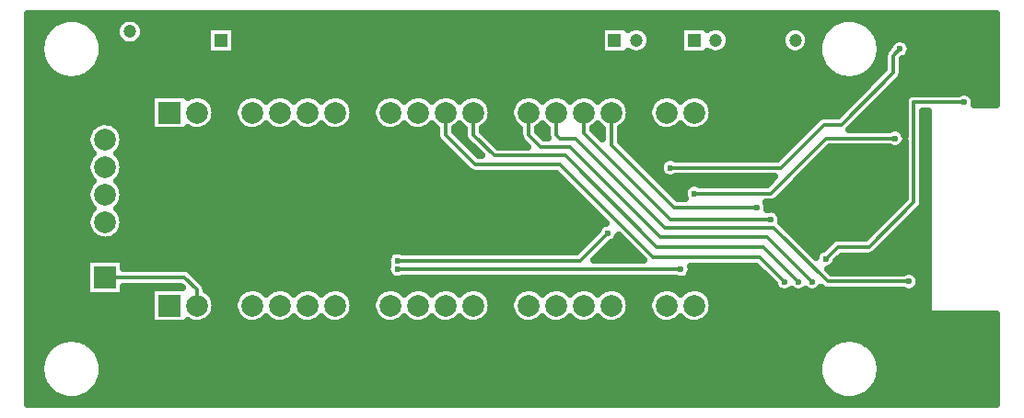
<source format=gbr>
G04 DipTrace 4.3.0.5*
G04 2 - Bottom.gbr*
%MOMM*%
G04 #@! TF.FileFunction,Copper,L2,Bot*
G04 #@! TF.Part,Single*
G04 #@! TA.AperFunction,Conductor*
%ADD13C,0.33*%
G04 #@! TA.AperFunction,ViaPad*
%ADD14C,0.6*%
G04 #@! TA.AperFunction,CopperBalancing*
%ADD15C,0.635*%
G04 #@! TA.AperFunction,ComponentPad*
%ADD22C,1.2*%
%ADD27C,0.3*%
%ADD28R,1.2X1.2*%
%ADD29C,1.2*%
%ADD30R,2.0X2.0*%
%ADD31C,2.0*%
%FSLAX35Y35*%
G04*
G71*
G90*
G75*
G01*
G04 Bottom*
%LPD*%
X1905003Y381000D2*
D13*
X2921003D1*
X3317877Y777873D1*
X3476623D1*
X3952873Y1254123D1*
Y1412873D1*
X4016373Y1476373D1*
X-3293427Y-629970D2*
X-2560903D1*
X-2447000Y-743873D1*
Y-889000D1*
X1363000Y889000D2*
Y589627D1*
X1936753Y15873D1*
X2700873D1*
X601000Y889000D2*
Y684877D1*
X714377Y571500D1*
X984250D1*
X1809750Y-254000D1*
X2794000D1*
X3208873Y-668873D1*
X93000Y889000D2*
Y684877D1*
X285750Y492127D1*
X936627D1*
X1778003Y-349250D1*
X2762250D1*
X3081873Y-668873D1*
X-161000Y889000D2*
Y684877D1*
X111127Y412750D1*
X889000D1*
X1746250Y-444500D1*
X2730500D1*
X2954873Y-668873D1*
X855000Y889000D2*
Y684877D1*
X889003Y650873D1*
X1031873D1*
X1857373Y-174627D1*
X2857500D1*
X3349623Y-666750D1*
X4097873D1*
X3968750Y650873D2*
X3333750D1*
X2825750Y142873D1*
X2127250D1*
X3335873Y-458250D2*
X3444873Y-349250D1*
X3730623D1*
X4143373Y63500D1*
Y984250D1*
X4603750D1*
X-603250Y-555623D2*
X2000250D1*
X-603250Y-476250D2*
X1079500D1*
X1333500Y-222250D1*
X1109000Y889000D2*
Y700750D1*
X1905000Y-95250D1*
X2827873D1*
D14*
X1905003Y381000D3*
X4016373Y1476373D3*
D3*
X2700873Y15873D3*
X3208873Y-668873D3*
X3081873D3*
X2954873D3*
X4097873Y-666750D3*
X3968750Y650873D3*
X2127250Y142873D3*
X3335873Y-458250D3*
X4603750Y984250D3*
X-603250Y-555623D3*
X2000250D3*
X-603250Y-476250D3*
X1333500Y-222250D3*
X2827873Y-95250D3*
X63500Y222250D3*
X190500D3*
X63500Y127000D3*
X190500D3*
X63500Y31750D3*
X190500D3*
X3286127Y269873D3*
X1778000Y1587500D3*
X4222750Y1698627D3*
X3476627Y269873D3*
X3667123D3*
X2508250Y1571627D3*
X3476627Y95250D3*
X3286127D3*
X3667127D3*
Y-95250D3*
X3476627D3*
X3286127D3*
X-3995881Y1739087D2*
D15*
X-3707389D1*
X-3492619D2*
X-3141146D1*
X-2986577D2*
X3442637D1*
X3657362D2*
X4895912D1*
X-3995881Y1675920D2*
X-3805280D1*
X-3394728D2*
X-3189271D1*
X-2938452D2*
X-2359433D1*
X-2095034D2*
X1260059D1*
X1524458D2*
X1547715D1*
X1636795D2*
X1990319D1*
X2254718D2*
X2277975D1*
X2367010D2*
X3008236D1*
X3097270D2*
X3344701D1*
X3755298D2*
X4895912D1*
X-3995881Y1612753D2*
X-3853268D1*
X-3346740D2*
X-3194056D1*
X-2933667D2*
X-2359433D1*
X-2095034D2*
X1260059D1*
X1710942D2*
X1990319D1*
X2441157D2*
X2934089D1*
X3171418D2*
X3296712D1*
X3803286D2*
X4895912D1*
X-3995881Y1549587D2*
X-3879062D1*
X-3320900D2*
X-3162519D1*
X-2965203D2*
X-2359433D1*
X-2095034D2*
X1260059D1*
X1724295D2*
X1990319D1*
X2454556D2*
X2920736D1*
X3184770D2*
X3270918D1*
X3829080D2*
X3948177D1*
X4084608D2*
X4895912D1*
X-3995881Y1486420D2*
X-3888860D1*
X-3311147D2*
X-2359433D1*
X-2095034D2*
X1260059D1*
X1703468D2*
X1990319D1*
X2433729D2*
X2941517D1*
X3163944D2*
X3261120D1*
X3838879D2*
X3903607D1*
X4118058D2*
X4895912D1*
X-3995881Y1423253D2*
X-3884303D1*
X-3315659D2*
X3265677D1*
X3834321D2*
X3864824D1*
X4102518D2*
X4895912D1*
X-3995881Y1360087D2*
X-3864707D1*
X-3335301D2*
X3285319D1*
X3814679D2*
X3864186D1*
X4041587D2*
X4895912D1*
X-3995881Y1296920D2*
X-3825970D1*
X-3374038D2*
X3324011D1*
X3775988D2*
X3864186D1*
X4041587D2*
X4895912D1*
X-3995881Y1233753D2*
X-3753828D1*
X-3446180D2*
X3396198D1*
X3703800D2*
X3809681D1*
X4039035D2*
X4895912D1*
X-3995881Y1170587D2*
X3746517D1*
X3992140D2*
X4895912D1*
X-3995881Y1107420D2*
X3683353D1*
X3928976D2*
X4895912D1*
X-3995881Y1044253D2*
X-2873222D1*
X-2382326D2*
X-2003691D1*
X-1874325D2*
X-1749668D1*
X-1620301D2*
X-1495690D1*
X-1366323D2*
X-1241666D1*
X-1112300D2*
X-733665D1*
X-604299D2*
X-479687D1*
X-350321D2*
X-225664D1*
X-96297D2*
X28314D1*
X157681D2*
X536315D1*
X665682D2*
X790339D1*
X919660D2*
X1044317D1*
X1173683D2*
X1298340D1*
X1427661D2*
X1806296D1*
X1935662D2*
X2060319D1*
X2189686D2*
X3620189D1*
X3865812D2*
X4080612D1*
X4684849D2*
X4895912D1*
X-3995881Y981087D2*
X-2873222D1*
X-2302710D2*
X-2083307D1*
X-1032730D2*
X-813281D1*
X237297D2*
X456699D1*
X1507277D2*
X1726725D1*
X2269302D2*
X3557025D1*
X3802648D2*
X4054681D1*
X4705903D2*
X4895912D1*
X-3995881Y917920D2*
X-2873222D1*
X-2277326D2*
X-2108646D1*
X-1007345D2*
X-838665D1*
X262681D2*
X431361D1*
X1532661D2*
X1701341D1*
X2294640D2*
X3493861D1*
X3739484D2*
X4054681D1*
X-3995881Y854753D2*
X-2873222D1*
X-2278374D2*
X-2107643D1*
X-1008394D2*
X-837617D1*
X261632D2*
X432363D1*
X1531613D2*
X1702390D1*
X2293638D2*
X3281992D1*
X3676320D2*
X4054681D1*
X4232082D2*
X4272793D1*
X-3995881Y791587D2*
X-3367142D1*
X-3219728D2*
X-2873222D1*
X-2306401D2*
X-2079570D1*
X-1036421D2*
X-809590D1*
X233560D2*
X460436D1*
X1503586D2*
X1730417D1*
X2265565D2*
X3208757D1*
X3613156D2*
X4054681D1*
X4232082D2*
X4272793D1*
X-3995881Y728420D2*
X-3440104D1*
X-3146766D2*
X-2873222D1*
X-2528797D2*
X-2494831D1*
X-2399188D2*
X-1986829D1*
X-1891187D2*
X-1732806D1*
X-1637163D2*
X-1478828D1*
X-1383185D2*
X-1224805D1*
X-1129162D2*
X-716849D1*
X-621160D2*
X-462825D1*
X-367183D2*
X-249681D1*
X-72280D2*
X4297D1*
X181698D2*
X512298D1*
X689699D2*
X766322D1*
X1204126D2*
X1274278D1*
X1451678D2*
X1823158D1*
X1918846D2*
X2077181D1*
X2172824D2*
X3145593D1*
X4031424D2*
X4054681D1*
X4232082D2*
X4272793D1*
X-3995881Y665253D2*
X-3463711D1*
X-3123159D2*
X-247311D1*
X-18550D2*
X6667D1*
X235428D2*
X514668D1*
X743429D2*
X768692D1*
X1451678D2*
X3082429D1*
X4232082D2*
X4272793D1*
X-3995881Y602087D2*
X-3461250D1*
X-3125620D2*
X-201009D1*
X298592D2*
X560970D1*
X1473371D2*
X3019265D1*
X4232082D2*
X4272793D1*
X-3995881Y538920D2*
X-3431263D1*
X-3155607D2*
X-137845D1*
X1536535D2*
X2956100D1*
X3344595D2*
X4054681D1*
X4232082D2*
X4272793D1*
X-3995881Y475753D2*
X-3439284D1*
X-3147586D2*
X-74681D1*
X1599699D2*
X1884180D1*
X1925819D2*
X2892936D1*
X3281431D2*
X4054681D1*
X4232082D2*
X4272793D1*
X-3995881Y412587D2*
X-3463483D1*
X-3123387D2*
X-11517D1*
X1662863D2*
X1808164D1*
X3218267D2*
X4054681D1*
X4232082D2*
X4272793D1*
X-3995881Y349420D2*
X-3461523D1*
X-3125301D2*
X52149D1*
X1726027D2*
X1808164D1*
X3155103D2*
X4054681D1*
X4232082D2*
X4272793D1*
X-3995881Y286253D2*
X-3432265D1*
X-3154605D2*
X892695D1*
X1789191D2*
X1884134D1*
X1925864D2*
X2846315D1*
X3091938D2*
X4054681D1*
X4232082D2*
X4272793D1*
X-3995881Y223087D2*
X-3438372D1*
X-3148452D2*
X955860D1*
X1852355D2*
X2068431D1*
X3028774D2*
X4054681D1*
X4232082D2*
X4272793D1*
X-3995881Y159920D2*
X-3463255D1*
X-3123569D2*
X1019024D1*
X1915519D2*
X2026595D1*
X2965610D2*
X4054681D1*
X4232082D2*
X4272793D1*
X-3995881Y96753D2*
X-3461842D1*
X-3125028D2*
X1082188D1*
X2902446D2*
X4053815D1*
X4232082D2*
X4272793D1*
X-3995881Y33587D2*
X-3433268D1*
X-3153602D2*
X1145352D1*
X2801411D2*
X3990651D1*
X4226431D2*
X4272793D1*
X-3995881Y-29580D2*
X-3437506D1*
X-3149364D2*
X1208516D1*
X2904041D2*
X3927487D1*
X4173110D2*
X4272793D1*
X-3995881Y-92747D2*
X-3463027D1*
X-3123843D2*
X1271680D1*
X2930018D2*
X3864323D1*
X4109946D2*
X4272793D1*
X-3995881Y-155913D2*
X-3462116D1*
X-3124754D2*
X1257962D1*
X2961600D2*
X3801159D1*
X4046782D2*
X4272793D1*
X-3995881Y-219080D2*
X-3434225D1*
X-3152645D2*
X1213848D1*
X3024764D2*
X3737995D1*
X3983618D2*
X4272793D1*
X-3995881Y-282247D2*
X-3342396D1*
X-3244429D2*
X1150684D1*
X1414582D2*
X1461172D1*
X3087928D2*
X3390638D1*
X3920454D2*
X4272793D1*
X-3995881Y-345413D2*
X1087520D1*
X1333143D2*
X1524336D1*
X3151092D2*
X3325879D1*
X3857290D2*
X4272793D1*
X-3995881Y-408580D2*
X-677474D1*
X1269979D2*
X1587500D1*
X3214256D2*
X3247539D1*
X3794080D2*
X4272793D1*
X-3995881Y-471747D2*
X-3465625D1*
X-3121245D2*
X-705364D1*
X1206815D2*
X1650664D1*
X3445174D2*
X4272793D1*
X-3995881Y-534913D2*
X-3465625D1*
X-3121245D2*
X-703177D1*
X2100181D2*
X2698112D1*
X3399738D2*
X4272793D1*
X-3995881Y-598080D2*
X-3465625D1*
X-2469963D2*
X-695521D1*
X2092524D2*
X2761276D1*
X4171105D2*
X4272793D1*
X-3995881Y-661247D2*
X-3465625D1*
X-2406799D2*
X2824440D1*
X4199907D2*
X4272793D1*
X-3995881Y-724413D2*
X-3465625D1*
X-3121245D2*
X-2873222D1*
X-2360633D2*
X-1965775D1*
X-1912196D2*
X-1711797D1*
X-1658218D2*
X-1457773D1*
X-1404240D2*
X-1203795D1*
X-1150216D2*
X-695794D1*
X-642215D2*
X-441771D1*
X-388237D2*
X-187793D1*
X-134214D2*
X66231D1*
X119764D2*
X574232D1*
X627765D2*
X828210D1*
X881789D2*
X1082233D1*
X1135767D2*
X1336211D1*
X1389790D2*
X1844212D1*
X1897791D2*
X2098236D1*
X2151769D2*
X2870423D1*
X4180767D2*
X4272793D1*
X-3995881Y-787580D2*
X-3465625D1*
X-3121245D2*
X-2873222D1*
X-2309409D2*
X-2076562D1*
X-1039429D2*
X-806582D1*
X230597D2*
X463444D1*
X1500578D2*
X1733425D1*
X2262557D2*
X4272793D1*
X-3995881Y-850747D2*
X-2873222D1*
X-2279285D2*
X-2106732D1*
X-1009259D2*
X-836706D1*
X260721D2*
X433275D1*
X1530747D2*
X1703255D1*
X2292726D2*
X4272793D1*
X-3995881Y-913913D2*
X-2873222D1*
X-2276688D2*
X-2109329D1*
X-1006662D2*
X-839303D1*
X263319D2*
X430677D1*
X1533299D2*
X1700703D1*
X2295324D2*
X4272793D1*
X-3995881Y-977080D2*
X-2873222D1*
X-2300112D2*
X-2085859D1*
X-1030132D2*
X-815879D1*
X239894D2*
X454102D1*
X1509875D2*
X1724128D1*
X2271899D2*
X4895912D1*
X-3995881Y-1040247D2*
X-2873222D1*
X-2372619D2*
X-2013398D1*
X-1864618D2*
X-1759420D1*
X-1610594D2*
X-1505397D1*
X-1356616D2*
X-1251419D1*
X-1102593D2*
X-743418D1*
X-594591D2*
X-489394D1*
X-340614D2*
X-235416D1*
X-86590D2*
X18607D1*
X167388D2*
X526608D1*
X675389D2*
X780586D1*
X929412D2*
X1034610D1*
X1183390D2*
X1288587D1*
X1437414D2*
X1796589D1*
X1945415D2*
X2050612D1*
X2199393D2*
X4895912D1*
X-3995881Y-1103413D2*
X4895912D1*
X-3995881Y-1166580D2*
X4895912D1*
X-3995881Y-1229747D2*
X-3747038D1*
X-3452925D2*
X3402943D1*
X3697056D2*
X4895912D1*
X-3995881Y-1292913D2*
X-3822643D1*
X-3377319D2*
X3327337D1*
X3772661D2*
X4895912D1*
X-3995881Y-1356080D2*
X-3862884D1*
X-3337124D2*
X3287142D1*
X3812856D2*
X4895912D1*
X-3995881Y-1419247D2*
X-3883528D1*
X-3316434D2*
X3266452D1*
X3833547D2*
X4895912D1*
X-3995881Y-1482413D2*
X-3888997D1*
X-3311011D2*
X3260983D1*
X3839015D2*
X4895912D1*
X-3995881Y-1545580D2*
X-3880156D1*
X-3319852D2*
X3269870D1*
X3830129D2*
X4895912D1*
X-3995881Y-1608747D2*
X-3855456D1*
X-3344552D2*
X3294525D1*
X3805474D2*
X4895912D1*
X-3995881Y-1671913D2*
X-3809245D1*
X-3390718D2*
X3340736D1*
X3759263D2*
X4895912D1*
X-3995881Y-1735080D2*
X-3717278D1*
X-3482730D2*
X3432702D1*
X3667297D2*
X4895912D1*
X-3995288Y-1798247D2*
X4895274D1*
X-3318212Y1451693D2*
X-3321099Y1428503D1*
X-3325892Y1405630D1*
X-3332556Y1383232D1*
X-3341048Y1361460D1*
X-3351309Y1340463D1*
X-3363268Y1320386D1*
X-3376844Y1301365D1*
X-3391945Y1283530D1*
X-3408467Y1267003D1*
X-3426298Y1251897D1*
X-3445315Y1238314D1*
X-3465388Y1226349D1*
X-3486382Y1216082D1*
X-3508151Y1207584D1*
X-3530548Y1200913D1*
X-3553419Y1196113D1*
X-3576608Y1193219D1*
X-3599957Y1192250D1*
X-3623307Y1193212D1*
X-3646497Y1196099D1*
X-3669370Y1200892D1*
X-3691768Y1207556D1*
X-3713540Y1216048D1*
X-3734537Y1226309D1*
X-3754614Y1238268D1*
X-3773635Y1251844D1*
X-3791470Y1266945D1*
X-3807997Y1283467D1*
X-3823103Y1301298D1*
X-3836686Y1320315D1*
X-3848651Y1340388D1*
X-3858918Y1361382D1*
X-3867416Y1383151D1*
X-3874087Y1405548D1*
X-3878887Y1428419D1*
X-3881781Y1451608D1*
X-3882750Y1474957D1*
X-3881788Y1498307D1*
X-3878901Y1521497D1*
X-3874108Y1544370D1*
X-3867444Y1566768D1*
X-3858952Y1588540D1*
X-3848691Y1609537D1*
X-3836732Y1629614D1*
X-3823156Y1648635D1*
X-3808055Y1666470D1*
X-3791533Y1682997D1*
X-3773702Y1698103D1*
X-3754685Y1711686D1*
X-3734612Y1723651D1*
X-3713618Y1733918D1*
X-3691849Y1742416D1*
X-3669452Y1749087D1*
X-3646581Y1753887D1*
X-3623392Y1756781D1*
X-3600043Y1757750D1*
X-3576693Y1756788D1*
X-3553503Y1753901D1*
X-3530630Y1749108D1*
X-3508232Y1742444D1*
X-3486460Y1733952D1*
X-3465463Y1723691D1*
X-3445386Y1711732D1*
X-3426365Y1698156D1*
X-3408530Y1683055D1*
X-3392003Y1666533D1*
X-3376897Y1648702D1*
X-3363314Y1629685D1*
X-3351349Y1609612D1*
X-3341082Y1588618D1*
X-3332584Y1566849D1*
X-3325913Y1544452D1*
X-3321113Y1521581D1*
X-3318219Y1498392D1*
X-3317250Y1475000D1*
X-3318212Y1451693D1*
X3831788D2*
X3828901Y1428503D1*
X3824108Y1405630D1*
X3817444Y1383232D1*
X3808952Y1361460D1*
X3798691Y1340463D1*
X3786732Y1320386D1*
X3773156Y1301365D1*
X3758055Y1283530D1*
X3741533Y1267003D1*
X3723702Y1251897D1*
X3704685Y1238314D1*
X3684612Y1226349D1*
X3663618Y1216082D1*
X3641849Y1207584D1*
X3619452Y1200913D1*
X3596581Y1196113D1*
X3573392Y1193219D1*
X3550043Y1192250D1*
X3526693Y1193212D1*
X3503503Y1196099D1*
X3480630Y1200892D1*
X3458232Y1207556D1*
X3436460Y1216048D1*
X3415463Y1226309D1*
X3395386Y1238268D1*
X3376365Y1251844D1*
X3358530Y1266945D1*
X3342003Y1283467D1*
X3326897Y1301298D1*
X3313314Y1320315D1*
X3301349Y1340388D1*
X3291082Y1361382D1*
X3282584Y1383151D1*
X3275913Y1405548D1*
X3271113Y1428419D1*
X3268219Y1451608D1*
X3267250Y1474957D1*
X3268212Y1498307D1*
X3271099Y1521497D1*
X3275892Y1544370D1*
X3282556Y1566768D1*
X3291048Y1588540D1*
X3301309Y1609537D1*
X3313268Y1629614D1*
X3326844Y1648635D1*
X3341945Y1666470D1*
X3358467Y1682997D1*
X3376298Y1698103D1*
X3395315Y1711686D1*
X3415388Y1723651D1*
X3436382Y1733918D1*
X3458151Y1742416D1*
X3480548Y1749087D1*
X3503419Y1753887D1*
X3526608Y1756781D1*
X3549957Y1757750D1*
X3573307Y1756788D1*
X3596497Y1753901D1*
X3619370Y1749108D1*
X3641768Y1742444D1*
X3663540Y1733952D1*
X3684537Y1723691D1*
X3704614Y1711732D1*
X3723635Y1698156D1*
X3741470Y1683055D1*
X3757997Y1666533D1*
X3773103Y1648702D1*
X3786686Y1629685D1*
X3798651Y1609612D1*
X3808918Y1588618D1*
X3817416Y1566849D1*
X3824087Y1544452D1*
X3828887Y1521581D1*
X3831781Y1498392D1*
X3832750Y1475000D1*
X3831788Y1451693D1*
X-3318212Y-1498307D2*
X-3321099Y-1521497D1*
X-3325892Y-1544370D1*
X-3332556Y-1566768D1*
X-3341048Y-1588540D1*
X-3351309Y-1609537D1*
X-3363268Y-1629614D1*
X-3376844Y-1648635D1*
X-3391945Y-1666470D1*
X-3408467Y-1682997D1*
X-3426298Y-1698103D1*
X-3445315Y-1711686D1*
X-3465388Y-1723651D1*
X-3486382Y-1733918D1*
X-3508151Y-1742416D1*
X-3530548Y-1749087D1*
X-3553419Y-1753887D1*
X-3576608Y-1756781D1*
X-3599957Y-1757750D1*
X-3623307Y-1756788D1*
X-3646497Y-1753901D1*
X-3669370Y-1749108D1*
X-3691768Y-1742444D1*
X-3713540Y-1733952D1*
X-3734537Y-1723691D1*
X-3754614Y-1711732D1*
X-3773635Y-1698156D1*
X-3791470Y-1683055D1*
X-3807997Y-1666533D1*
X-3823103Y-1648702D1*
X-3836686Y-1629685D1*
X-3848651Y-1609612D1*
X-3858918Y-1588618D1*
X-3867416Y-1566849D1*
X-3874087Y-1544452D1*
X-3878887Y-1521581D1*
X-3881781Y-1498392D1*
X-3882750Y-1475043D1*
X-3881788Y-1451693D1*
X-3878901Y-1428503D1*
X-3874108Y-1405630D1*
X-3867444Y-1383232D1*
X-3858952Y-1361460D1*
X-3848691Y-1340463D1*
X-3836732Y-1320386D1*
X-3823156Y-1301365D1*
X-3808055Y-1283530D1*
X-3791533Y-1267003D1*
X-3773702Y-1251897D1*
X-3754685Y-1238314D1*
X-3734612Y-1226349D1*
X-3713618Y-1216082D1*
X-3691849Y-1207584D1*
X-3669452Y-1200913D1*
X-3646581Y-1196113D1*
X-3623392Y-1193219D1*
X-3600043Y-1192250D1*
X-3576693Y-1193212D1*
X-3553503Y-1196099D1*
X-3530630Y-1200892D1*
X-3508232Y-1207556D1*
X-3486460Y-1216048D1*
X-3465463Y-1226309D1*
X-3445386Y-1238268D1*
X-3426365Y-1251844D1*
X-3408530Y-1266945D1*
X-3392003Y-1283467D1*
X-3376897Y-1301298D1*
X-3363314Y-1320315D1*
X-3351349Y-1340388D1*
X-3341082Y-1361382D1*
X-3332584Y-1383151D1*
X-3325913Y-1405548D1*
X-3321113Y-1428419D1*
X-3318219Y-1451608D1*
X-3317250Y-1475000D1*
X-3318212Y-1498307D1*
X3831788D2*
X3828901Y-1521497D1*
X3824108Y-1544370D1*
X3817444Y-1566768D1*
X3808952Y-1588540D1*
X3798691Y-1609537D1*
X3786732Y-1629614D1*
X3773156Y-1648635D1*
X3758055Y-1666470D1*
X3741533Y-1682997D1*
X3723702Y-1698103D1*
X3704685Y-1711686D1*
X3684612Y-1723651D1*
X3663618Y-1733918D1*
X3641849Y-1742416D1*
X3619452Y-1749087D1*
X3596581Y-1753887D1*
X3573392Y-1756781D1*
X3550043Y-1757750D1*
X3526693Y-1756788D1*
X3503503Y-1753901D1*
X3480630Y-1749108D1*
X3458232Y-1742444D1*
X3436460Y-1733952D1*
X3415463Y-1723691D1*
X3395386Y-1711732D1*
X3376365Y-1698156D1*
X3358530Y-1683055D1*
X3342003Y-1666533D1*
X3326897Y-1648702D1*
X3313314Y-1629685D1*
X3301349Y-1609612D1*
X3291082Y-1588618D1*
X3282584Y-1566849D1*
X3275913Y-1544452D1*
X3271113Y-1521581D1*
X3268219Y-1498392D1*
X3267250Y-1475043D1*
X3268212Y-1451693D1*
X3271099Y-1428503D1*
X3275892Y-1405630D1*
X3282556Y-1383232D1*
X3291048Y-1361460D1*
X3301309Y-1340463D1*
X3313268Y-1320386D1*
X3326844Y-1301365D1*
X3341945Y-1283530D1*
X3358467Y-1267003D1*
X3376298Y-1251897D1*
X3395315Y-1238314D1*
X3415388Y-1226349D1*
X3436382Y-1216082D1*
X3458151Y-1207584D1*
X3480548Y-1200913D1*
X3503419Y-1196113D1*
X3526608Y-1193219D1*
X3549957Y-1192250D1*
X3573307Y-1193212D1*
X3596497Y-1196099D1*
X3619370Y-1200892D1*
X3641768Y-1207556D1*
X3663540Y-1216048D1*
X3684537Y-1226309D1*
X3704614Y-1238268D1*
X3723635Y-1251844D1*
X3741470Y-1266945D1*
X3757997Y-1283467D1*
X3773103Y-1301298D1*
X3786686Y-1320315D1*
X3798651Y-1340388D1*
X3808918Y-1361382D1*
X3817416Y-1383151D1*
X3824087Y-1405548D1*
X3828887Y-1428419D1*
X3831781Y-1451608D1*
X3832750Y-1475000D1*
X3831788Y-1498307D1*
X-2940180Y1611927D2*
X-2946549Y1589593D1*
X-2956914Y1568810D1*
X-2970920Y1550286D1*
X-2988093Y1534650D1*
X-3007845Y1522436D1*
X-3029506Y1514060D1*
X-3052337Y1509807D1*
X-3075561Y1509821D1*
X-3098387Y1514102D1*
X-3120038Y1522504D1*
X-3139776Y1534742D1*
X-3156929Y1550398D1*
X-3170913Y1568940D1*
X-3181253Y1589736D1*
X-3187594Y1612077D1*
X-3189723Y1635203D1*
X-3187566Y1658327D1*
X-3181197Y1680660D1*
X-3170833Y1701443D1*
X-3156826Y1719968D1*
X-3139654Y1735603D1*
X-3119901Y1747817D1*
X-3098240Y1756193D1*
X-3075409Y1760447D1*
X-3052185Y1760433D1*
X-3029359Y1756152D1*
X-3007709Y1747749D1*
X-2987971Y1735511D1*
X-2970818Y1719855D1*
X-2956833Y1701313D1*
X-2946494Y1680518D1*
X-2940152Y1658177D1*
X-2938023Y1635127D1*
X-2940180Y1611927D1*
X-2329767Y1681850D2*
X-2101400D1*
Y1430150D1*
X-2353100D1*
Y1681850D1*
X-2329767D1*
X-2843517Y1054850D2*
X-2535150D1*
Y1029489D1*
X-2529772Y1032718D1*
X-2508965Y1042839D1*
X-2486952Y1049966D1*
X-2464161Y1053960D1*
X-2441036Y1054743D1*
X-2418027Y1052300D1*
X-2395582Y1046678D1*
X-2374138Y1037988D1*
X-2354112Y1026397D1*
X-2335894Y1012133D1*
X-2319838Y995471D1*
X-2306258Y976738D1*
X-2295417Y956296D1*
X-2287526Y934545D1*
X-2282740Y911907D1*
X-2281150Y889000D1*
X-2282789Y865744D1*
X-2287623Y843116D1*
X-2295560Y821382D1*
X-2306445Y800963D1*
X-2320065Y782259D1*
X-2336156Y765632D1*
X-2354404Y751406D1*
X-2374455Y739858D1*
X-2395917Y731213D1*
X-2418374Y725639D1*
X-2441388Y723245D1*
X-2464511Y724077D1*
X-2487294Y728119D1*
X-2509292Y735293D1*
X-2530078Y745458D1*
X-2535151Y748888D1*
X-2535150Y723150D1*
X-2866850D1*
Y1054850D1*
X-2843517D1*
X-1557998Y782350D2*
X-1574156Y765632D1*
X-1592404Y751406D1*
X-1612455Y739858D1*
X-1633917Y731213D1*
X-1656374Y725639D1*
X-1679388Y723245D1*
X-1702511Y724077D1*
X-1725294Y728119D1*
X-1747292Y735293D1*
X-1768078Y745458D1*
X-1787246Y758417D1*
X-1804425Y773918D1*
X-1811750Y782667D1*
X-1812065Y782259D1*
X-1828156Y765632D1*
X-1846404Y751406D1*
X-1866455Y739858D1*
X-1887917Y731213D1*
X-1910374Y725639D1*
X-1933388Y723245D1*
X-1956511Y724077D1*
X-1979294Y728119D1*
X-2001292Y735293D1*
X-2022078Y745458D1*
X-2041246Y758417D1*
X-2058425Y773918D1*
X-2073279Y791659D1*
X-2085520Y811294D1*
X-2094908Y832442D1*
X-2101262Y854690D1*
X-2104458Y877607D1*
X-2104434Y900745D1*
X-2101189Y923655D1*
X-2094788Y945890D1*
X-2085354Y967017D1*
X-2073072Y986627D1*
X-2058180Y1004336D1*
X-2040968Y1019800D1*
X-2021772Y1032718D1*
X-2000965Y1042839D1*
X-1978952Y1049966D1*
X-1956161Y1053960D1*
X-1933036Y1054743D1*
X-1910027Y1052300D1*
X-1887582Y1046678D1*
X-1866138Y1037988D1*
X-1846112Y1026397D1*
X-1827894Y1012133D1*
X-1812011Y995650D1*
X-1804180Y1004336D1*
X-1786968Y1019800D1*
X-1767772Y1032718D1*
X-1746965Y1042839D1*
X-1724952Y1049966D1*
X-1702161Y1053960D1*
X-1679036Y1054743D1*
X-1656027Y1052300D1*
X-1633582Y1046678D1*
X-1612138Y1037988D1*
X-1592112Y1026397D1*
X-1573894Y1012133D1*
X-1558011Y995650D1*
X-1550180Y1004336D1*
X-1532968Y1019800D1*
X-1513772Y1032718D1*
X-1492965Y1042839D1*
X-1470952Y1049966D1*
X-1448161Y1053960D1*
X-1425036Y1054743D1*
X-1402027Y1052300D1*
X-1379582Y1046678D1*
X-1358138Y1037988D1*
X-1338112Y1026397D1*
X-1319894Y1012133D1*
X-1304011Y995650D1*
X-1296180Y1004336D1*
X-1278968Y1019800D1*
X-1259772Y1032718D1*
X-1238965Y1042839D1*
X-1216952Y1049966D1*
X-1194161Y1053960D1*
X-1171036Y1054743D1*
X-1148027Y1052300D1*
X-1125582Y1046678D1*
X-1104138Y1037988D1*
X-1084112Y1026397D1*
X-1065894Y1012133D1*
X-1049838Y995471D1*
X-1036258Y976738D1*
X-1025417Y956296D1*
X-1017526Y934545D1*
X-1012740Y911907D1*
X-1011150Y889000D1*
X-1012789Y865744D1*
X-1017623Y843116D1*
X-1025560Y821382D1*
X-1036445Y800963D1*
X-1050065Y782259D1*
X-1066156Y765632D1*
X-1084404Y751406D1*
X-1104455Y739858D1*
X-1125917Y731213D1*
X-1148374Y725639D1*
X-1171388Y723245D1*
X-1194511Y724077D1*
X-1217294Y728119D1*
X-1239292Y735293D1*
X-1260078Y745458D1*
X-1279246Y758417D1*
X-1296425Y773918D1*
X-1303750Y782667D1*
X-1304065Y782259D1*
X-1320156Y765632D1*
X-1338404Y751406D1*
X-1358455Y739858D1*
X-1379917Y731213D1*
X-1402374Y725639D1*
X-1425388Y723245D1*
X-1448511Y724077D1*
X-1471294Y728119D1*
X-1493292Y735293D1*
X-1514078Y745458D1*
X-1533246Y758417D1*
X-1550425Y773918D1*
X-1557750Y782667D1*
X542951Y626466D2*
X594943Y574477D1*
X319862Y574476D1*
X175350Y718995D1*
X175355Y745508D1*
X185596Y751406D1*
X203844Y765632D1*
X219935Y782259D1*
X233555Y800963D1*
X244440Y821382D1*
X252377Y843116D1*
X257211Y865744D1*
X258850Y889000D1*
X257260Y911907D1*
X252474Y934545D1*
X244583Y956296D1*
X233742Y976738D1*
X220162Y995471D1*
X204106Y1012133D1*
X185888Y1026397D1*
X165862Y1037988D1*
X144418Y1046678D1*
X121973Y1052300D1*
X98964Y1054743D1*
X75839Y1053960D1*
X53048Y1049966D1*
X31035Y1042839D1*
X10228Y1032718D1*
X-8968Y1019800D1*
X-26180Y1004336D1*
X-34011Y995650D1*
X-49894Y1012133D1*
X-68112Y1026397D1*
X-88138Y1037988D1*
X-109582Y1046678D1*
X-132027Y1052300D1*
X-155036Y1054743D1*
X-178161Y1053960D1*
X-200952Y1049966D1*
X-222965Y1042839D1*
X-243772Y1032718D1*
X-262968Y1019800D1*
X-280180Y1004336D1*
X-288011Y995650D1*
X-303894Y1012133D1*
X-322112Y1026397D1*
X-342138Y1037988D1*
X-363582Y1046678D1*
X-386027Y1052300D1*
X-409036Y1054743D1*
X-432161Y1053960D1*
X-454952Y1049966D1*
X-476965Y1042839D1*
X-497772Y1032718D1*
X-516968Y1019800D1*
X-534180Y1004336D1*
X-542011Y995650D1*
X-557894Y1012133D1*
X-576112Y1026397D1*
X-596138Y1037988D1*
X-617582Y1046678D1*
X-640027Y1052300D1*
X-663036Y1054743D1*
X-686161Y1053960D1*
X-708952Y1049966D1*
X-730965Y1042839D1*
X-751772Y1032718D1*
X-770968Y1019800D1*
X-788180Y1004336D1*
X-803072Y986627D1*
X-815354Y967017D1*
X-824788Y945890D1*
X-831189Y923655D1*
X-834434Y900745D1*
X-834458Y877607D1*
X-831262Y854690D1*
X-824908Y832442D1*
X-815520Y811294D1*
X-803279Y791659D1*
X-788425Y773918D1*
X-771246Y758417D1*
X-752078Y745458D1*
X-731292Y735293D1*
X-709294Y728119D1*
X-686511Y724077D1*
X-663388Y723245D1*
X-640374Y725639D1*
X-617917Y731213D1*
X-596455Y739858D1*
X-576404Y751406D1*
X-558156Y765632D1*
X-541998Y782350D1*
X-541750Y782667D1*
X-534425Y773918D1*
X-517246Y758417D1*
X-498078Y745458D1*
X-477292Y735293D1*
X-455294Y728119D1*
X-432511Y724077D1*
X-409388Y723245D1*
X-386374Y725639D1*
X-363917Y731213D1*
X-342455Y739858D1*
X-322404Y751406D1*
X-304156Y765632D1*
X-287998Y782350D1*
X-287750Y782667D1*
X-280425Y773918D1*
X-263246Y758417D1*
X-244078Y745458D1*
X-243350Y745051D1*
Y684936D1*
X-241388Y667009D1*
X-233188Y645247D1*
X-219230Y626646D1*
X52846Y354569D1*
X66918Y343272D1*
X88104Y333683D1*
X111127Y330400D1*
X854874Y330415D1*
X1314290Y-128992D1*
X1299670Y-132569D1*
X1279191Y-143270D1*
X1261868Y-158562D1*
X1248708Y-177556D1*
X1240597Y-198693D1*
X1045411Y-393900D1*
X-555428Y-393897D1*
X-569102Y-386689D1*
X-591528Y-381120D1*
X-614635Y-381078D1*
X-637080Y-386569D1*
X-657559Y-397270D1*
X-674882Y-412562D1*
X-688042Y-431556D1*
X-696274Y-453146D1*
X-699100Y-476080D1*
X-696355Y-499023D1*
X-690204Y-516601D1*
X-696274Y-532520D1*
X-699100Y-555453D1*
X-696355Y-578397D1*
X-688200Y-600016D1*
X-675107Y-619056D1*
X-657839Y-634410D1*
X-637398Y-645184D1*
X-614972Y-650754D1*
X-591865Y-650795D1*
X-569420Y-645305D1*
X-554184Y-637974D1*
X1952428Y-637977D1*
X1966102Y-645184D1*
X1988528Y-650754D1*
X2011635Y-650795D1*
X2034080Y-645305D1*
X2054559Y-634603D1*
X2071882Y-619311D1*
X2085042Y-600318D1*
X2093274Y-578727D1*
X2096100Y-555623D1*
X2093355Y-532850D1*
X2091672Y-526850D1*
X2696402Y-526863D1*
X2862126Y-692597D1*
X2869923Y-713266D1*
X2883016Y-732306D1*
X2900284Y-747660D1*
X2920725Y-758434D1*
X2943151Y-764004D1*
X2966258Y-764045D1*
X2988703Y-758555D1*
X3009182Y-747853D1*
X3018903Y-740208D1*
X3027284Y-747660D1*
X3047725Y-758434D1*
X3070151Y-764004D1*
X3093258Y-764045D1*
X3115703Y-758555D1*
X3136182Y-747853D1*
X3145903Y-740208D1*
X3154284Y-747660D1*
X3174725Y-758434D1*
X3197151Y-764004D1*
X3220258Y-764045D1*
X3242703Y-758555D1*
X3263182Y-747853D1*
X3280505Y-732561D1*
X3288075Y-721636D1*
X3291356Y-724943D1*
X3305415Y-736227D1*
X3326601Y-745816D1*
X3349623Y-749100D1*
X4050052Y-749103D1*
X4063725Y-756311D1*
X4086151Y-761880D1*
X4109258Y-761922D1*
X4131703Y-756431D1*
X4152182Y-745730D1*
X4169505Y-730438D1*
X4182665Y-711444D1*
X4190897Y-689854D1*
X4193723Y-666750D1*
X4190979Y-643977D1*
X4182823Y-622357D1*
X4169731Y-603317D1*
X4152462Y-587964D1*
X4132021Y-577189D1*
X4109596Y-571620D1*
X4086489Y-571578D1*
X4064044Y-577069D1*
X4048830Y-584400D1*
X3383718Y-584384D1*
X3351664Y-552344D1*
X3369703Y-547931D1*
X3390182Y-537230D1*
X3407505Y-521938D1*
X3420665Y-502944D1*
X3428783Y-481801D1*
X3478969Y-431600D1*
X3730554D1*
X3748491Y-429638D1*
X3770253Y-421438D1*
X3788854Y-407480D1*
X4201557Y5223D1*
X4212851Y19291D1*
X4222440Y40478D1*
X4225724Y63500D1*
X4225741Y901900D1*
X4279124Y901907D1*
Y-971390D1*
X4902249Y-971383D1*
X4902251Y-1793581D1*
X4901287Y-1800528D1*
X4900994Y-1800986D1*
X4900528Y-1801283D1*
X4898010Y-1801663D1*
X4893602Y-1802246D1*
X-3993598Y-1802247D1*
X-4000535Y-1801287D1*
X-4000992Y-1800997D1*
X-4001288Y-1800534D1*
X-4001670Y-1798010D1*
X-4002253Y-1793605D1*
X-4002250Y1793597D1*
X-4001290Y1800538D1*
X-4000993Y1801001D1*
X-4000542Y1801289D1*
X-3998020Y1801670D1*
X-3993608Y1802253D1*
X4893585Y1802251D1*
X4900364Y1801357D1*
X4900845Y1801109D1*
X4901214Y1800706D1*
X4901354Y1800368D1*
X4902247Y1793612D1*
X4902265Y958110D1*
X4695608Y958089D1*
X4696774Y961146D1*
X4699600Y984250D1*
X4696855Y1007023D1*
X4688700Y1028643D1*
X4675607Y1047683D1*
X4658339Y1063036D1*
X4637898Y1073811D1*
X4615472Y1079380D1*
X4592365Y1079422D1*
X4569920Y1073931D1*
X4554696Y1066600D1*
X4141329Y1066575D1*
X4118396Y1062721D1*
X4097454Y1052609D1*
X4080174Y1037046D1*
X4067934Y1017272D1*
X4061710Y994842D1*
X4061023Y984196D1*
X4061024Y676725D1*
X4060685Y677988D1*
X4059256Y682430D1*
X4057613Y686797D1*
X4055760Y691079D1*
X4053700Y695266D1*
X4040607Y714306D1*
X4023339Y729660D1*
X4002898Y740434D1*
X3980472Y746004D1*
X3957365Y746045D1*
X3934920Y740555D1*
X3919687Y733223D1*
X3548428Y733217D1*
X4011057Y1195846D1*
X4022351Y1209915D1*
X4031940Y1231101D1*
X4035224Y1254123D1*
X4035223Y1378762D1*
X4040887Y1384413D1*
X4050203Y1386692D1*
X4070682Y1397394D1*
X4088005Y1412686D1*
X4101165Y1431679D1*
X4109397Y1453270D1*
X4112223Y1476373D1*
X4109479Y1499147D1*
X4101323Y1520766D1*
X4088231Y1539806D1*
X4070962Y1555160D1*
X4050521Y1565934D1*
X4028096Y1571504D1*
X4004989Y1571545D1*
X3982544Y1566055D1*
X3962064Y1555353D1*
X3944742Y1540061D1*
X3931582Y1521068D1*
X3923456Y1499917D1*
X3894643Y1471104D1*
X3884471Y1458729D1*
X3874379Y1437777D1*
X3870549Y1414817D1*
X3870523Y1343967D1*
X3870513Y1288224D1*
X3442515Y860224D1*
X3315833Y860198D1*
X3292899Y856344D1*
X3271940Y846217D1*
X3259609Y836066D1*
X2886880Y463350D1*
X1952825Y463353D1*
X1939151Y470561D1*
X1916726Y476130D1*
X1893619Y476172D1*
X1871174Y470681D1*
X1850694Y459980D1*
X1833372Y444688D1*
X1820212Y425694D1*
X1811979Y404104D1*
X1809153Y381170D1*
X1811898Y358227D1*
X1820053Y336607D1*
X1833146Y317567D1*
X1850414Y302214D1*
X1870855Y291439D1*
X1893281Y285870D1*
X1916388Y285828D1*
X1938833Y291319D1*
X1954029Y298650D1*
X2865069Y298653D1*
X2791630Y225223D1*
X2175072Y225227D1*
X2161398Y232434D1*
X2138972Y238004D1*
X2115865Y238045D1*
X2093420Y232555D1*
X2072941Y221853D1*
X2055618Y206561D1*
X2042458Y187568D1*
X2034226Y165977D1*
X2031400Y143043D1*
X2034145Y120100D1*
X2042421Y98224D1*
X1970861Y98227D1*
X1445350Y623733D1*
X1445355Y745508D1*
X1455596Y751406D1*
X1473844Y765632D1*
X1489935Y782259D1*
X1503555Y800963D1*
X1514440Y821382D1*
X1522377Y843116D1*
X1527211Y865744D1*
X1528850Y889000D1*
X1527260Y911907D1*
X1522474Y934545D1*
X1514583Y956296D1*
X1503742Y976738D1*
X1490162Y995471D1*
X1474106Y1012133D1*
X1455888Y1026397D1*
X1435862Y1037988D1*
X1414418Y1046678D1*
X1391973Y1052300D1*
X1368964Y1054743D1*
X1345839Y1053960D1*
X1323048Y1049966D1*
X1301035Y1042839D1*
X1280228Y1032718D1*
X1261032Y1019800D1*
X1243820Y1004336D1*
X1235989Y995650D1*
X1220106Y1012133D1*
X1201888Y1026397D1*
X1181862Y1037988D1*
X1160418Y1046678D1*
X1137973Y1052300D1*
X1114964Y1054743D1*
X1091839Y1053960D1*
X1069048Y1049966D1*
X1047035Y1042839D1*
X1026228Y1032718D1*
X1007032Y1019800D1*
X989820Y1004336D1*
X981989Y995650D1*
X966106Y1012133D1*
X947888Y1026397D1*
X927862Y1037988D1*
X906418Y1046678D1*
X883973Y1052300D1*
X860964Y1054743D1*
X837839Y1053960D1*
X815048Y1049966D1*
X793035Y1042839D1*
X772228Y1032718D1*
X753032Y1019800D1*
X735820Y1004336D1*
X727989Y995650D1*
X712106Y1012133D1*
X693888Y1026397D1*
X673862Y1037988D1*
X652418Y1046678D1*
X629973Y1052300D1*
X606964Y1054743D1*
X583839Y1053960D1*
X561048Y1049966D1*
X539035Y1042839D1*
X518228Y1032718D1*
X499032Y1019800D1*
X481820Y1004336D1*
X466928Y986627D1*
X454646Y967017D1*
X445212Y945890D1*
X438811Y923655D1*
X435566Y900745D1*
X435542Y877607D1*
X438738Y854690D1*
X445092Y832442D1*
X454480Y811294D1*
X466721Y791659D1*
X481575Y773918D1*
X498754Y758417D1*
X517922Y745458D1*
X518650Y745051D1*
Y684877D1*
X521240Y664383D1*
X530164Y642884D1*
X542951Y626466D1*
X1236002Y782350D2*
X1219844Y765632D1*
X1201596Y751406D1*
X1191355Y745508D1*
X1191350Y734868D1*
X1280634Y645577D1*
X1280650Y745018D1*
X1260754Y758417D1*
X1243575Y773918D1*
X1236250Y782667D1*
X1998002Y782350D2*
X1981844Y765632D1*
X1963596Y751406D1*
X1943545Y739858D1*
X1922083Y731213D1*
X1899626Y725639D1*
X1876612Y723245D1*
X1853489Y724077D1*
X1830706Y728119D1*
X1808708Y735293D1*
X1787922Y745458D1*
X1768754Y758417D1*
X1751575Y773918D1*
X1736721Y791659D1*
X1724480Y811294D1*
X1715092Y832442D1*
X1708738Y854690D1*
X1705542Y877607D1*
X1705566Y900745D1*
X1708811Y923655D1*
X1715212Y945890D1*
X1724646Y967017D1*
X1736928Y986627D1*
X1751820Y1004336D1*
X1769032Y1019800D1*
X1788228Y1032718D1*
X1809035Y1042839D1*
X1831048Y1049966D1*
X1853839Y1053960D1*
X1876964Y1054743D1*
X1899973Y1052300D1*
X1922418Y1046678D1*
X1943862Y1037988D1*
X1963888Y1026397D1*
X1982106Y1012133D1*
X1997989Y995650D1*
X2005820Y1004336D1*
X2023032Y1019800D1*
X2042228Y1032718D1*
X2063035Y1042839D1*
X2085048Y1049966D1*
X2107839Y1053960D1*
X2130964Y1054743D1*
X2153973Y1052300D1*
X2176418Y1046678D1*
X2197862Y1037988D1*
X2217888Y1026397D1*
X2236106Y1012133D1*
X2252162Y995471D1*
X2265742Y976738D1*
X2276583Y956296D1*
X2284474Y934545D1*
X2289260Y911907D1*
X2290850Y889000D1*
X2289211Y865744D1*
X2284377Y843116D1*
X2276440Y821382D1*
X2265555Y800963D1*
X2251935Y782259D1*
X2235844Y765632D1*
X2217596Y751406D1*
X2197545Y739858D1*
X2176083Y731213D1*
X2153626Y725639D1*
X2130612Y723245D1*
X2107489Y724077D1*
X2084706Y728119D1*
X2062708Y735293D1*
X2041922Y745458D1*
X2022754Y758417D1*
X2005575Y773918D1*
X1998250Y782667D1*
X-1557998Y-995650D2*
X-1574156Y-1012368D1*
X-1592404Y-1026594D1*
X-1612455Y-1038142D1*
X-1633917Y-1046787D1*
X-1656374Y-1052361D1*
X-1679388Y-1054755D1*
X-1702511Y-1053923D1*
X-1725294Y-1049881D1*
X-1747292Y-1042707D1*
X-1768078Y-1032542D1*
X-1787246Y-1019583D1*
X-1804425Y-1004082D1*
X-1811750Y-995333D1*
X-1812065Y-995741D1*
X-1828156Y-1012368D1*
X-1846404Y-1026594D1*
X-1866455Y-1038142D1*
X-1887917Y-1046787D1*
X-1910374Y-1052361D1*
X-1933388Y-1054755D1*
X-1956511Y-1053923D1*
X-1979294Y-1049881D1*
X-2001292Y-1042707D1*
X-2022078Y-1032542D1*
X-2041246Y-1019583D1*
X-2058425Y-1004082D1*
X-2073279Y-986341D1*
X-2085520Y-966706D1*
X-2094908Y-945558D1*
X-2101262Y-923310D1*
X-2104458Y-900393D1*
X-2104434Y-877255D1*
X-2101189Y-854345D1*
X-2094788Y-832110D1*
X-2085354Y-810983D1*
X-2073072Y-791373D1*
X-2058180Y-773664D1*
X-2040968Y-758200D1*
X-2021772Y-745282D1*
X-2000965Y-735161D1*
X-1978952Y-728034D1*
X-1956161Y-724040D1*
X-1933036Y-723257D1*
X-1910027Y-725700D1*
X-1887582Y-731322D1*
X-1866138Y-740012D1*
X-1846112Y-751603D1*
X-1827894Y-765867D1*
X-1812011Y-782350D1*
X-1804180Y-773664D1*
X-1786968Y-758200D1*
X-1767772Y-745282D1*
X-1746965Y-735161D1*
X-1724952Y-728034D1*
X-1702161Y-724040D1*
X-1679036Y-723257D1*
X-1656027Y-725700D1*
X-1633582Y-731322D1*
X-1612138Y-740012D1*
X-1592112Y-751603D1*
X-1573894Y-765867D1*
X-1558011Y-782350D1*
X-1550180Y-773664D1*
X-1532968Y-758200D1*
X-1513772Y-745282D1*
X-1492965Y-735161D1*
X-1470952Y-728034D1*
X-1448161Y-724040D1*
X-1425036Y-723257D1*
X-1402027Y-725700D1*
X-1379582Y-731322D1*
X-1358138Y-740012D1*
X-1338112Y-751603D1*
X-1319894Y-765867D1*
X-1304011Y-782350D1*
X-1296180Y-773664D1*
X-1278968Y-758200D1*
X-1259772Y-745282D1*
X-1238965Y-735161D1*
X-1216952Y-728034D1*
X-1194161Y-724040D1*
X-1171036Y-723257D1*
X-1148027Y-725700D1*
X-1125582Y-731322D1*
X-1104138Y-740012D1*
X-1084112Y-751603D1*
X-1065894Y-765867D1*
X-1049838Y-782529D1*
X-1036258Y-801262D1*
X-1025417Y-821704D1*
X-1017526Y-843455D1*
X-1012740Y-866093D1*
X-1011150Y-889000D1*
X-1012789Y-912256D1*
X-1017623Y-934884D1*
X-1025560Y-956618D1*
X-1036445Y-977037D1*
X-1050065Y-995741D1*
X-1066156Y-1012368D1*
X-1084404Y-1026594D1*
X-1104455Y-1038142D1*
X-1125917Y-1046787D1*
X-1148374Y-1052361D1*
X-1171388Y-1054755D1*
X-1194511Y-1053923D1*
X-1217294Y-1049881D1*
X-1239292Y-1042707D1*
X-1260078Y-1032542D1*
X-1279246Y-1019583D1*
X-1296425Y-1004082D1*
X-1303750Y-995333D1*
X-1304065Y-995741D1*
X-1320156Y-1012368D1*
X-1338404Y-1026594D1*
X-1358455Y-1038142D1*
X-1379917Y-1046787D1*
X-1402374Y-1052361D1*
X-1425388Y-1054755D1*
X-1448511Y-1053923D1*
X-1471294Y-1049881D1*
X-1493292Y-1042707D1*
X-1514078Y-1032542D1*
X-1533246Y-1019583D1*
X-1550425Y-1004082D1*
X-1557750Y-995333D1*
X-33998Y-995650D2*
X-50156Y-1012368D1*
X-68404Y-1026594D1*
X-88455Y-1038142D1*
X-109917Y-1046787D1*
X-132374Y-1052361D1*
X-155388Y-1054755D1*
X-178511Y-1053923D1*
X-201294Y-1049881D1*
X-223292Y-1042707D1*
X-244078Y-1032542D1*
X-263246Y-1019583D1*
X-280425Y-1004082D1*
X-287750Y-995333D1*
X-288065Y-995741D1*
X-304156Y-1012368D1*
X-322404Y-1026594D1*
X-342455Y-1038142D1*
X-363917Y-1046787D1*
X-386374Y-1052361D1*
X-409388Y-1054755D1*
X-432511Y-1053923D1*
X-455294Y-1049881D1*
X-477292Y-1042707D1*
X-498078Y-1032542D1*
X-517246Y-1019583D1*
X-534425Y-1004082D1*
X-541750Y-995333D1*
X-542065Y-995741D1*
X-558156Y-1012368D1*
X-576404Y-1026594D1*
X-596455Y-1038142D1*
X-617917Y-1046787D1*
X-640374Y-1052361D1*
X-663388Y-1054755D1*
X-686511Y-1053923D1*
X-709294Y-1049881D1*
X-731292Y-1042707D1*
X-752078Y-1032542D1*
X-771246Y-1019583D1*
X-788425Y-1004082D1*
X-803279Y-986341D1*
X-815520Y-966706D1*
X-824908Y-945558D1*
X-831262Y-923310D1*
X-834458Y-900393D1*
X-834434Y-877255D1*
X-831189Y-854345D1*
X-824788Y-832110D1*
X-815354Y-810983D1*
X-803072Y-791373D1*
X-788180Y-773664D1*
X-770968Y-758200D1*
X-751772Y-745282D1*
X-730965Y-735161D1*
X-708952Y-728034D1*
X-686161Y-724040D1*
X-663036Y-723257D1*
X-640027Y-725700D1*
X-617582Y-731322D1*
X-596138Y-740012D1*
X-576112Y-751603D1*
X-557894Y-765867D1*
X-542011Y-782350D1*
X-534180Y-773664D1*
X-516968Y-758200D1*
X-497772Y-745282D1*
X-476965Y-735161D1*
X-454952Y-728034D1*
X-432161Y-724040D1*
X-409036Y-723257D1*
X-386027Y-725700D1*
X-363582Y-731322D1*
X-342138Y-740012D1*
X-322112Y-751603D1*
X-303894Y-765867D1*
X-288011Y-782350D1*
X-280180Y-773664D1*
X-262968Y-758200D1*
X-243772Y-745282D1*
X-222965Y-735161D1*
X-200952Y-728034D1*
X-178161Y-724040D1*
X-155036Y-723257D1*
X-132027Y-725700D1*
X-109582Y-731322D1*
X-88138Y-740012D1*
X-68112Y-751603D1*
X-49894Y-765867D1*
X-34011Y-782350D1*
X-26180Y-773664D1*
X-8968Y-758200D1*
X10228Y-745282D1*
X31035Y-735161D1*
X53048Y-728034D1*
X75839Y-724040D1*
X98964Y-723257D1*
X121973Y-725700D1*
X144418Y-731322D1*
X165862Y-740012D1*
X185888Y-751603D1*
X204106Y-765867D1*
X220162Y-782529D1*
X233742Y-801262D1*
X244583Y-821704D1*
X252474Y-843455D1*
X257260Y-866093D1*
X258850Y-889000D1*
X257211Y-912256D1*
X252377Y-934884D1*
X244440Y-956618D1*
X233555Y-977037D1*
X219935Y-995741D1*
X203844Y-1012368D1*
X185596Y-1026594D1*
X165545Y-1038142D1*
X144083Y-1046787D1*
X121626Y-1052361D1*
X98612Y-1054755D1*
X75489Y-1053923D1*
X52706Y-1049881D1*
X30708Y-1042707D1*
X9922Y-1032542D1*
X-9246Y-1019583D1*
X-26425Y-1004082D1*
X-33750Y-995333D1*
X982250D2*
X989575Y-1004082D1*
X1006754Y-1019583D1*
X1025922Y-1032542D1*
X1046708Y-1042707D1*
X1068706Y-1049881D1*
X1091489Y-1053923D1*
X1114612Y-1054755D1*
X1137626Y-1052361D1*
X1160083Y-1046787D1*
X1181545Y-1038142D1*
X1201596Y-1026594D1*
X1219844Y-1012368D1*
X1236002Y-995650D1*
X1236250Y-995333D1*
X1243575Y-1004082D1*
X1260754Y-1019583D1*
X1279922Y-1032542D1*
X1300708Y-1042707D1*
X1322706Y-1049881D1*
X1345489Y-1053923D1*
X1368612Y-1054755D1*
X1391626Y-1052361D1*
X1414083Y-1046787D1*
X1435545Y-1038142D1*
X1455596Y-1026594D1*
X1473844Y-1012368D1*
X1489935Y-995741D1*
X1503555Y-977037D1*
X1514440Y-956618D1*
X1522377Y-934884D1*
X1527211Y-912256D1*
X1528850Y-889000D1*
X1527260Y-866093D1*
X1522474Y-843455D1*
X1514583Y-821704D1*
X1503742Y-801262D1*
X1490162Y-782529D1*
X1474106Y-765867D1*
X1455888Y-751603D1*
X1435862Y-740012D1*
X1414418Y-731322D1*
X1391973Y-725700D1*
X1368964Y-723257D1*
X1345839Y-724040D1*
X1323048Y-728034D1*
X1301035Y-735161D1*
X1280228Y-745282D1*
X1261032Y-758200D1*
X1243820Y-773664D1*
X1235989Y-782350D1*
X1220106Y-765867D1*
X1201888Y-751603D1*
X1181862Y-740012D1*
X1160418Y-731322D1*
X1137973Y-725700D1*
X1114964Y-723257D1*
X1091839Y-724040D1*
X1069048Y-728034D1*
X1047035Y-735161D1*
X1026228Y-745282D1*
X1007032Y-758200D1*
X989820Y-773664D1*
X981989Y-782350D1*
X966106Y-765867D1*
X947888Y-751603D1*
X927862Y-740012D1*
X906418Y-731322D1*
X883973Y-725700D1*
X860964Y-723257D1*
X837839Y-724040D1*
X815048Y-728034D1*
X793035Y-735161D1*
X772228Y-745282D1*
X753032Y-758200D1*
X735820Y-773664D1*
X727989Y-782350D1*
X712106Y-765867D1*
X693888Y-751603D1*
X673862Y-740012D1*
X652418Y-731322D1*
X629973Y-725700D1*
X606964Y-723257D1*
X583839Y-724040D1*
X561048Y-728034D1*
X539035Y-735161D1*
X518228Y-745282D1*
X499032Y-758200D1*
X481820Y-773664D1*
X466928Y-791373D1*
X454646Y-810983D1*
X445212Y-832110D1*
X438811Y-854345D1*
X435566Y-877255D1*
X435542Y-900393D1*
X438738Y-923310D1*
X445092Y-945558D1*
X454480Y-966706D1*
X466721Y-986341D1*
X481575Y-1004082D1*
X498754Y-1019583D1*
X517922Y-1032542D1*
X538708Y-1042707D1*
X560706Y-1049881D1*
X583489Y-1053923D1*
X606612Y-1054755D1*
X629626Y-1052361D1*
X652083Y-1046787D1*
X673545Y-1038142D1*
X693596Y-1026594D1*
X711844Y-1012368D1*
X728002Y-995650D1*
X728250Y-995333D1*
X735575Y-1004082D1*
X752754Y-1019583D1*
X771922Y-1032542D1*
X792708Y-1042707D1*
X814706Y-1049881D1*
X837489Y-1053923D1*
X860612Y-1054755D1*
X883626Y-1052361D1*
X906083Y-1046787D1*
X927545Y-1038142D1*
X947596Y-1026594D1*
X965844Y-1012368D1*
X982002Y-995650D1*
X1998002D2*
X1981844Y-1012368D1*
X1963596Y-1026594D1*
X1943545Y-1038142D1*
X1922083Y-1046787D1*
X1899626Y-1052361D1*
X1876612Y-1054755D1*
X1853489Y-1053923D1*
X1830706Y-1049881D1*
X1808708Y-1042707D1*
X1787922Y-1032542D1*
X1768754Y-1019583D1*
X1751575Y-1004082D1*
X1736721Y-986341D1*
X1724480Y-966706D1*
X1715092Y-945558D1*
X1708738Y-923310D1*
X1705542Y-900393D1*
X1705566Y-877255D1*
X1708811Y-854345D1*
X1715212Y-832110D1*
X1724646Y-810983D1*
X1736928Y-791373D1*
X1751820Y-773664D1*
X1769032Y-758200D1*
X1788228Y-745282D1*
X1809035Y-735161D1*
X1831048Y-728034D1*
X1853839Y-724040D1*
X1876964Y-723257D1*
X1899973Y-725700D1*
X1922418Y-731322D1*
X1943862Y-740012D1*
X1963888Y-751603D1*
X1982106Y-765867D1*
X1997989Y-782350D1*
X2005820Y-773664D1*
X2023032Y-758200D1*
X2042228Y-745282D1*
X2063035Y-735161D1*
X2085048Y-728034D1*
X2107839Y-724040D1*
X2130964Y-723257D1*
X2153973Y-725700D1*
X2176418Y-731322D1*
X2197862Y-740012D1*
X2217888Y-751603D1*
X2236106Y-765867D1*
X2252162Y-782529D1*
X2265742Y-801262D1*
X2276583Y-821704D1*
X2284474Y-843455D1*
X2289260Y-866093D1*
X2290850Y-889000D1*
X2289211Y-912256D1*
X2284377Y-934884D1*
X2276440Y-956618D1*
X2265555Y-977037D1*
X2251935Y-995741D1*
X2235844Y-1012368D1*
X2217596Y-1026594D1*
X2197545Y-1038142D1*
X2176083Y-1046787D1*
X2153626Y-1052361D1*
X2130612Y-1054755D1*
X2107489Y-1053923D1*
X2084706Y-1049881D1*
X2062708Y-1042707D1*
X2041922Y-1032542D1*
X2022754Y-1019583D1*
X2005575Y-1004082D1*
X1998250Y-995333D1*
X2019980Y1681850D2*
X2248347D1*
Y1657673D1*
X2266469Y1668690D1*
X2288130Y1677067D1*
X2310961Y1681320D1*
X2334185Y1681306D1*
X2357011Y1677025D1*
X2378661Y1668622D1*
X2398399Y1656384D1*
X2415552Y1640728D1*
X2429537Y1622187D1*
X2439876Y1601391D1*
X2446218Y1579050D1*
X2448347Y1556000D1*
X2446190Y1532800D1*
X2439821Y1510467D1*
X2429456Y1489684D1*
X2415450Y1471159D1*
X2398277Y1455524D1*
X2378525Y1443310D1*
X2356864Y1434933D1*
X2334033Y1430680D1*
X2310809Y1430694D1*
X2287983Y1434975D1*
X2266332Y1443378D1*
X2248348Y1454528D1*
X2248347Y1430150D1*
X1996647D1*
Y1681850D1*
X2019980D1*
X1289734D2*
X1518100D1*
Y1657673D1*
X1536222Y1668690D1*
X1557883Y1677067D1*
X1580714Y1681320D1*
X1603938Y1681306D1*
X1626764Y1677025D1*
X1648414Y1668622D1*
X1668152Y1656384D1*
X1685306Y1640728D1*
X1699290Y1622187D1*
X1709629Y1601391D1*
X1715971Y1579050D1*
X1718100Y1556000D1*
X1715943Y1532800D1*
X1709574Y1510467D1*
X1699210Y1489684D1*
X1685203Y1471159D1*
X1668031Y1455524D1*
X1648278Y1443310D1*
X1626617Y1434933D1*
X1603786Y1430680D1*
X1580562Y1430694D1*
X1557736Y1434975D1*
X1536086Y1443378D1*
X1518102Y1454528D1*
X1518100Y1430150D1*
X1266400D1*
Y1681850D1*
X1289734D1*
X3176443Y1532800D2*
X3170074Y1510467D1*
X3159710Y1489684D1*
X3145703Y1471159D1*
X3128531Y1455524D1*
X3108778Y1443310D1*
X3087117Y1434933D1*
X3064286Y1430680D1*
X3041062Y1430694D1*
X3018236Y1434975D1*
X2996586Y1443378D1*
X2976848Y1455616D1*
X2959694Y1471272D1*
X2945710Y1489813D1*
X2935371Y1510609D1*
X2929029Y1532950D1*
X2926900Y1556076D1*
X2929057Y1579200D1*
X2935426Y1601533D1*
X2945790Y1622316D1*
X2959797Y1640841D1*
X2976969Y1656476D1*
X2996722Y1668690D1*
X3018383Y1677067D1*
X3041214Y1681320D1*
X3064438Y1681306D1*
X3087264Y1677025D1*
X3108914Y1668622D1*
X3128652Y1656384D1*
X3145806Y1640728D1*
X3159790Y1622187D1*
X3170129Y1601391D1*
X3176471Y1579050D1*
X3178600Y1556000D1*
X3176443Y1532800D1*
X-3129215Y-145226D2*
X-3134050Y-167854D1*
X-3141987Y-189588D1*
X-3152871Y-210007D1*
X-3166492Y-228711D1*
X-3182582Y-245338D1*
X-3200831Y-259564D1*
X-3220881Y-271112D1*
X-3242344Y-279757D1*
X-3264801Y-285331D1*
X-3287815Y-287725D1*
X-3310938Y-286893D1*
X-3333720Y-282851D1*
X-3355719Y-275677D1*
X-3376504Y-265512D1*
X-3395673Y-252553D1*
X-3412852Y-237052D1*
X-3427706Y-219311D1*
X-3439946Y-199676D1*
X-3449335Y-178528D1*
X-3455689Y-156280D1*
X-3458885Y-133363D1*
X-3458860Y-110225D1*
X-3455616Y-87315D1*
X-3449214Y-65080D1*
X-3439781Y-43953D1*
X-3427498Y-24343D1*
X-3412607Y-6634D1*
X-3399849Y4828D1*
X-3412852Y16948D1*
X-3427706Y34689D1*
X-3439946Y54324D1*
X-3449335Y75472D1*
X-3455689Y97720D1*
X-3458885Y120637D1*
X-3458860Y143775D1*
X-3455616Y166685D1*
X-3449214Y188920D1*
X-3439781Y210047D1*
X-3427498Y229657D1*
X-3412607Y247366D1*
X-3399849Y258828D1*
X-3412852Y270948D1*
X-3427706Y288689D1*
X-3439946Y308324D1*
X-3449335Y329472D1*
X-3455689Y351720D1*
X-3458885Y374637D1*
X-3458860Y397775D1*
X-3455616Y420685D1*
X-3449214Y442920D1*
X-3439781Y464047D1*
X-3427498Y483657D1*
X-3412607Y501366D1*
X-3399849Y512828D1*
X-3412852Y524948D1*
X-3427706Y542689D1*
X-3439946Y562324D1*
X-3449335Y583472D1*
X-3455689Y605720D1*
X-3458885Y628637D1*
X-3458860Y651775D1*
X-3455616Y674685D1*
X-3449214Y696920D1*
X-3439781Y718047D1*
X-3427498Y737657D1*
X-3412607Y755366D1*
X-3395395Y770830D1*
X-3376199Y783748D1*
X-3355392Y793869D1*
X-3333378Y800996D1*
X-3310587Y804990D1*
X-3287462Y805773D1*
X-3264454Y803330D1*
X-3242009Y797708D1*
X-3220564Y789018D1*
X-3200538Y777427D1*
X-3182320Y763163D1*
X-3166265Y746501D1*
X-3152685Y727768D1*
X-3141844Y707326D1*
X-3133953Y685575D1*
X-3129166Y662937D1*
X-3127577Y640030D1*
X-3129215Y616774D1*
X-3134050Y594146D1*
X-3141987Y572412D1*
X-3152871Y551993D1*
X-3166492Y533289D1*
X-3182582Y516662D1*
X-3186984Y513230D1*
X-3182320Y509163D1*
X-3166265Y492501D1*
X-3152685Y473768D1*
X-3141844Y453326D1*
X-3133953Y431575D1*
X-3129166Y408937D1*
X-3127577Y386030D1*
X-3129215Y362774D1*
X-3134050Y340146D1*
X-3141987Y318412D1*
X-3152871Y297993D1*
X-3166492Y279289D1*
X-3182582Y262662D1*
X-3186984Y259230D1*
X-3182320Y255163D1*
X-3166265Y238501D1*
X-3152685Y219768D1*
X-3141844Y199326D1*
X-3133953Y177575D1*
X-3129166Y154937D1*
X-3127577Y132030D1*
X-3129215Y108774D1*
X-3134050Y86146D1*
X-3141987Y64412D1*
X-3152871Y43993D1*
X-3166492Y25289D1*
X-3182582Y8662D1*
X-3186984Y5230D1*
X-3182320Y1163D1*
X-3166265Y-15499D1*
X-3152685Y-34232D1*
X-3141844Y-54674D1*
X-3133953Y-76425D1*
X-3129166Y-99063D1*
X-3127577Y-121970D1*
X-3129215Y-145226D1*
X4040887Y1384413D2*
X4050203Y1386692D1*
X4070682Y1397394D1*
X4088005Y1412686D1*
X4101165Y1431679D1*
X4109397Y1453270D1*
X4112223Y1476373D1*
X4109479Y1499147D1*
X4101323Y1520766D1*
X4088231Y1539806D1*
X4070962Y1555160D1*
X4050521Y1565934D1*
X4028096Y1571504D1*
X4004989Y1571545D1*
X3982544Y1566055D1*
X3962064Y1555353D1*
X3944742Y1540061D1*
X3931582Y1521068D1*
X3923550Y1500004D1*
X-2388807Y-685606D2*
X-2504136Y-570312D1*
X-2523078Y-556821D1*
X-2545059Y-549162D1*
X-2560950Y-547620D1*
X-3127576Y-547633D1*
Y-464120D1*
X-3459276D1*
Y-795820D1*
X-3127576D1*
X-3127594Y-712320D1*
X-2595020Y-712315D1*
X-2584184Y-723150D1*
X-2866850D1*
Y-1054850D1*
X-2535150D1*
X-2535151Y-1029112D1*
X-2530078Y-1032542D1*
X-2509292Y-1042707D1*
X-2487294Y-1049881D1*
X-2464511Y-1053923D1*
X-2441388Y-1054755D1*
X-2418374Y-1052361D1*
X-2395917Y-1046787D1*
X-2374455Y-1038142D1*
X-2354404Y-1026594D1*
X-2336156Y-1012368D1*
X-2320065Y-995741D1*
X-2306445Y-977037D1*
X-2295560Y-956618D1*
X-2287623Y-934884D1*
X-2282789Y-912256D1*
X-2281150Y-889000D1*
X-2282740Y-866093D1*
X-2287526Y-843455D1*
X-2295417Y-821704D1*
X-2306258Y-801262D1*
X-2319838Y-782529D1*
X-2335894Y-765867D1*
X-2354112Y-751603D1*
X-2364653Y-745502D1*
X-2364650Y-743873D1*
X-2367240Y-723380D1*
X-2376164Y-701881D1*
X-2388807Y-685606D1*
X10650Y684936D2*
X10633Y745110D1*
X9922Y745458D1*
X-9246Y758417D1*
X-26425Y773918D1*
X-33750Y782667D1*
X-34065Y782259D1*
X-50156Y765632D1*
X-68404Y751406D1*
X-78645Y745508D1*
X-78650Y718995D1*
X145243Y495095D1*
X166294Y495100D1*
X34770Y626646D1*
X20812Y645247D1*
X12610Y667032D1*
X10650Y684936D1*
X1658563Y-473274D2*
X1427285Y-241996D1*
X1426524Y-245354D1*
X1418292Y-266944D1*
X1405132Y-285938D1*
X1387809Y-301230D1*
X1367330Y-311931D1*
X1358014Y-314210D1*
X1198925Y-473286D1*
X1658560Y-473273D1*
X772650Y684936D2*
X772633Y745110D1*
X771922Y745458D1*
X752754Y758417D1*
X735575Y773918D1*
X728250Y782667D1*
X727935Y782259D1*
X711844Y765632D1*
X693596Y751406D1*
X683355Y745508D1*
X683350Y718995D1*
X748502Y653835D1*
X778725Y653850D1*
X774610Y667031D1*
X772650Y684936D1*
X3386605Y-291057D2*
X3311359Y-366290D1*
X3302044Y-368569D1*
X3281564Y-379270D1*
X3264242Y-394562D1*
X3251082Y-413556D1*
X3242849Y-435146D1*
X3241413Y-442079D1*
X2920005Y-120694D1*
X2920897Y-118354D1*
X2923723Y-95250D1*
X2923333Y-86609D1*
X2918491Y-64015D1*
X2908383Y-43236D1*
X2893596Y-25481D1*
X2874989Y-11780D1*
X2853644Y-2929D1*
X2830802Y555D1*
X2807789Y-1528D1*
X2794104Y-5538D1*
X2796723Y15873D1*
X2794138Y37985D1*
X2786136Y59662D1*
X2785673Y60523D1*
X2827794Y60549D1*
X2850727Y64403D1*
X2871686Y74530D1*
X2884020Y84683D1*
X3367865Y568523D1*
X3920928Y568520D1*
X3934602Y561312D1*
X3957028Y555743D1*
X3980135Y555702D1*
X4002580Y561192D1*
X4023059Y571894D1*
X4040382Y587186D1*
X4053542Y606179D1*
X4061026Y625809D1*
X4061030Y97617D1*
X3696528Y-266900D1*
X3444873D1*
X3424380Y-269490D1*
X3402882Y-278414D1*
X3386605Y-291057D1*
D22*
X-3063873Y1635127D3*
X-2698750D3*
D27*
X3658373Y276860D3*
Y-90140D3*
X3474873Y276860D3*
X3658373Y93360D3*
X3474873Y-90140D3*
X3462873Y93360D3*
X3291373Y-90140D3*
Y276860D3*
Y93360D3*
D28*
X-2227250Y1556000D3*
D29*
X-2027250D3*
D30*
X-2701000Y889000D3*
D31*
X-2447000D3*
X-2193000D3*
X-1939000D3*
X-1685000D3*
X-1431000D3*
X-1177000D3*
X-923000D3*
X-669000D3*
X-415000D3*
X-161000D3*
X93000D3*
X347000D3*
X601000D3*
X855000D3*
X1109000D3*
X1363000D3*
X1617000D3*
X1871000D3*
X2125000D3*
D30*
X-2701000Y-889000D3*
D31*
X-2447000D3*
X-2193000D3*
X-1939000D3*
X-1685000D3*
X-1431000D3*
X-1177000D3*
X-923000D3*
X-669000D3*
X-415000D3*
X-161000D3*
X93000D3*
X347000D3*
X601000D3*
X855000D3*
X1109000D3*
X1363000D3*
X1617000D3*
X1871000D3*
X2125000D3*
D28*
X2122497Y1556000D3*
D29*
X2322497D3*
D28*
X1392250D3*
D29*
X1592250D3*
D28*
X2852750D3*
D29*
X3052750D3*
D30*
X-3293427Y-629970D3*
D31*
Y-375970D3*
Y-121970D3*
Y132030D3*
Y386030D3*
Y640030D3*
M02*

</source>
